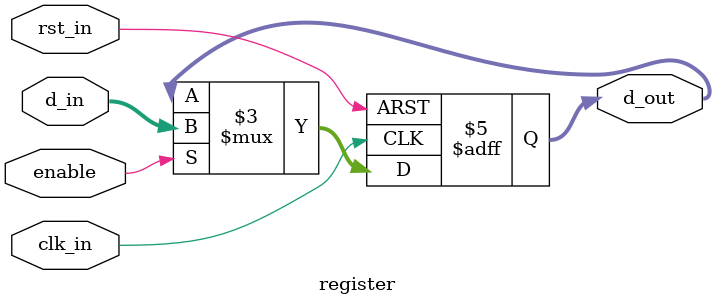
<source format=v>
`timescale 1ns / 1 ps

module  register 
#(	parameter DATA_WIDTH = 16
)          
(	input clk_in,
	input rst_in,
	input enable,
	input [(DATA_WIDTH-1):0] d_in,  

	output reg [(DATA_WIDTH-1):0] d_out
);	

always @(posedge clk_in or negedge rst_in) begin
	if (!rst_in) begin 
			d_out <= 0; 
	end
	
	else begin
	   if(enable) begin 
			d_out <= d_in;
		end	
	end
end

endmodule

</source>
